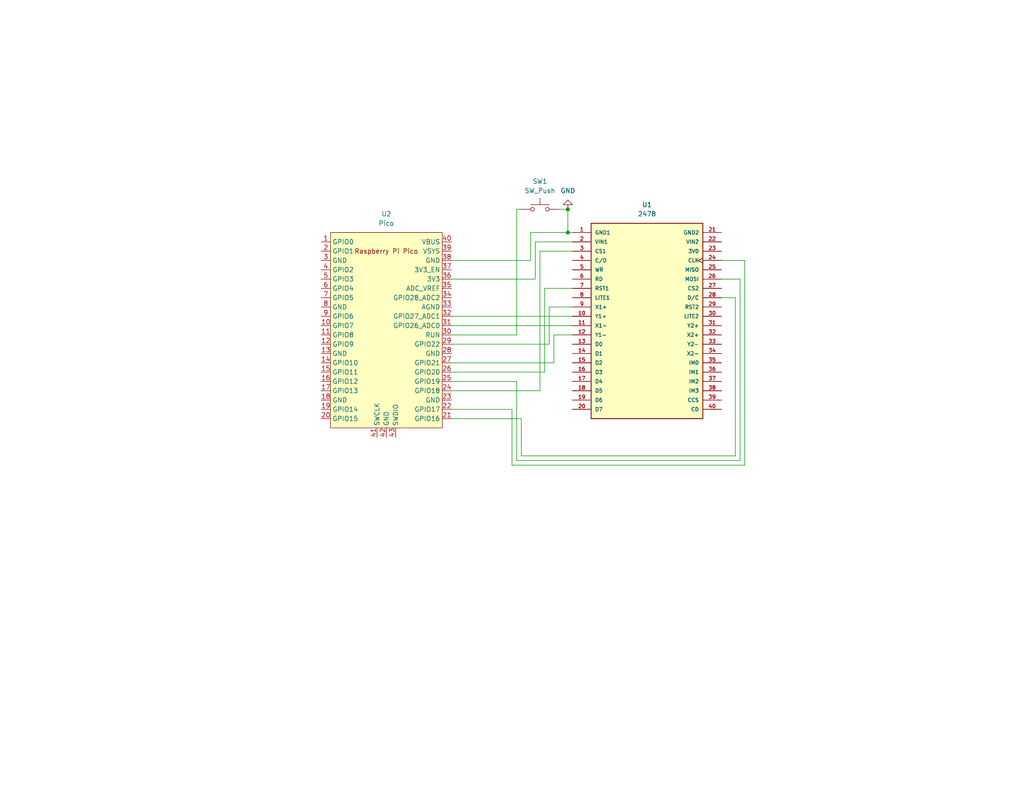
<source format=kicad_sch>
(kicad_sch
	(version 20231120)
	(generator "eeschema")
	(generator_version "8.0")
	(uuid "dc27f003-cd8e-40dc-884b-377076d17224")
	(paper "A")
	(title_block
		(title "Lab 4 Schematic - Pico and LCD Touchscreen")
		(company "Lafayette College")
		(comment 1 "Alexander Lindquist")
		(comment 2 "Steven Pang")
	)
	(lib_symbols
		(symbol "2478:2478"
			(pin_names
				(offset 1.016)
			)
			(exclude_from_sim no)
			(in_bom yes)
			(on_board yes)
			(property "Reference" "U"
				(at -15.2631 28.6183 0)
				(effects
					(font
						(size 1.27 1.27)
					)
					(justify left bottom)
				)
			)
			(property "Value" "2478"
				(at -15.262 -27.9803 0)
				(effects
					(font
						(size 1.27 1.27)
					)
					(justify left bottom)
				)
			)
			(property "Footprint" "ADAFRUIT_2478"
				(at 0 0 0)
				(effects
					(font
						(size 1.27 1.27)
					)
					(justify bottom)
					(hide yes)
				)
			)
			(property "Datasheet" ""
				(at 0 0 0)
				(effects
					(font
						(size 1.27 1.27)
					)
					(hide yes)
				)
			)
			(property "Description" ""
				(at 0 0 0)
				(effects
					(font
						(size 1.27 1.27)
					)
					(hide yes)
				)
			)
			(property "MANUFACTURER" "Adafruit Industries LLC"
				(at 0 0 0)
				(effects
					(font
						(size 1.27 1.27)
					)
					(justify bottom)
					(hide yes)
				)
			)
			(symbol "2478_0_0"
				(rectangle
					(start -15.24 -25.4)
					(end 15.24 27.94)
					(stroke
						(width 0.254)
						(type default)
					)
					(fill
						(type background)
					)
				)
				(pin power_in line
					(at -20.32 25.4 0)
					(length 5.08)
					(name "GND1"
						(effects
							(font
								(size 1.016 1.016)
							)
						)
					)
					(number "1"
						(effects
							(font
								(size 1.016 1.016)
							)
						)
					)
				)
				(pin output line
					(at -20.32 2.54 0)
					(length 5.08)
					(name "Y1+"
						(effects
							(font
								(size 1.016 1.016)
							)
						)
					)
					(number "10"
						(effects
							(font
								(size 1.016 1.016)
							)
						)
					)
				)
				(pin output line
					(at -20.32 0 0)
					(length 5.08)
					(name "X1-"
						(effects
							(font
								(size 1.016 1.016)
							)
						)
					)
					(number "11"
						(effects
							(font
								(size 1.016 1.016)
							)
						)
					)
				)
				(pin output line
					(at -20.32 -2.54 0)
					(length 5.08)
					(name "Y1-"
						(effects
							(font
								(size 1.016 1.016)
							)
						)
					)
					(number "12"
						(effects
							(font
								(size 1.016 1.016)
							)
						)
					)
				)
				(pin bidirectional line
					(at -20.32 -5.08 0)
					(length 5.08)
					(name "D0"
						(effects
							(font
								(size 1.016 1.016)
							)
						)
					)
					(number "13"
						(effects
							(font
								(size 1.016 1.016)
							)
						)
					)
				)
				(pin bidirectional line
					(at -20.32 -7.62 0)
					(length 5.08)
					(name "D1"
						(effects
							(font
								(size 1.016 1.016)
							)
						)
					)
					(number "14"
						(effects
							(font
								(size 1.016 1.016)
							)
						)
					)
				)
				(pin bidirectional line
					(at -20.32 -10.16 0)
					(length 5.08)
					(name "D2"
						(effects
							(font
								(size 1.016 1.016)
							)
						)
					)
					(number "15"
						(effects
							(font
								(size 1.016 1.016)
							)
						)
					)
				)
				(pin bidirectional line
					(at -20.32 -12.7 0)
					(length 5.08)
					(name "D3"
						(effects
							(font
								(size 1.016 1.016)
							)
						)
					)
					(number "16"
						(effects
							(font
								(size 1.016 1.016)
							)
						)
					)
				)
				(pin bidirectional line
					(at -20.32 -15.24 0)
					(length 5.08)
					(name "D4"
						(effects
							(font
								(size 1.016 1.016)
							)
						)
					)
					(number "17"
						(effects
							(font
								(size 1.016 1.016)
							)
						)
					)
				)
				(pin bidirectional line
					(at -20.32 -17.78 0)
					(length 5.08)
					(name "D5"
						(effects
							(font
								(size 1.016 1.016)
							)
						)
					)
					(number "18"
						(effects
							(font
								(size 1.016 1.016)
							)
						)
					)
				)
				(pin bidirectional line
					(at -20.32 -20.32 0)
					(length 5.08)
					(name "D6"
						(effects
							(font
								(size 1.016 1.016)
							)
						)
					)
					(number "19"
						(effects
							(font
								(size 1.016 1.016)
							)
						)
					)
				)
				(pin power_in line
					(at -20.32 22.86 0)
					(length 5.08)
					(name "VIN1"
						(effects
							(font
								(size 1.016 1.016)
							)
						)
					)
					(number "2"
						(effects
							(font
								(size 1.016 1.016)
							)
						)
					)
				)
				(pin bidirectional line
					(at -20.32 -22.86 0)
					(length 5.08)
					(name "D7"
						(effects
							(font
								(size 1.016 1.016)
							)
						)
					)
					(number "20"
						(effects
							(font
								(size 1.016 1.016)
							)
						)
					)
				)
				(pin power_in line
					(at 20.32 25.4 180)
					(length 5.08)
					(name "GND2"
						(effects
							(font
								(size 1.016 1.016)
							)
						)
					)
					(number "21"
						(effects
							(font
								(size 1.016 1.016)
							)
						)
					)
				)
				(pin power_in line
					(at 20.32 22.86 180)
					(length 5.08)
					(name "VIN2"
						(effects
							(font
								(size 1.016 1.016)
							)
						)
					)
					(number "22"
						(effects
							(font
								(size 1.016 1.016)
							)
						)
					)
				)
				(pin output line
					(at 20.32 20.32 180)
					(length 5.08)
					(name "3V0"
						(effects
							(font
								(size 1.016 1.016)
							)
						)
					)
					(number "23"
						(effects
							(font
								(size 1.016 1.016)
							)
						)
					)
				)
				(pin input clock
					(at 20.32 17.78 180)
					(length 5.08)
					(name "CLK"
						(effects
							(font
								(size 1.016 1.016)
							)
						)
					)
					(number "24"
						(effects
							(font
								(size 1.016 1.016)
							)
						)
					)
				)
				(pin output line
					(at 20.32 15.24 180)
					(length 5.08)
					(name "MISO"
						(effects
							(font
								(size 1.016 1.016)
							)
						)
					)
					(number "25"
						(effects
							(font
								(size 1.016 1.016)
							)
						)
					)
				)
				(pin input line
					(at 20.32 12.7 180)
					(length 5.08)
					(name "MOSI"
						(effects
							(font
								(size 1.016 1.016)
							)
						)
					)
					(number "26"
						(effects
							(font
								(size 1.016 1.016)
							)
						)
					)
				)
				(pin input line
					(at 20.32 10.16 180)
					(length 5.08)
					(name "CS2"
						(effects
							(font
								(size 1.016 1.016)
							)
						)
					)
					(number "27"
						(effects
							(font
								(size 1.016 1.016)
							)
						)
					)
				)
				(pin input line
					(at 20.32 7.62 180)
					(length 5.08)
					(name "D/C"
						(effects
							(font
								(size 1.016 1.016)
							)
						)
					)
					(number "28"
						(effects
							(font
								(size 1.016 1.016)
							)
						)
					)
				)
				(pin input line
					(at 20.32 5.08 180)
					(length 5.08)
					(name "RST2"
						(effects
							(font
								(size 1.016 1.016)
							)
						)
					)
					(number "29"
						(effects
							(font
								(size 1.016 1.016)
							)
						)
					)
				)
				(pin input line
					(at -20.32 20.32 0)
					(length 5.08)
					(name "CS1"
						(effects
							(font
								(size 1.016 1.016)
							)
						)
					)
					(number "3"
						(effects
							(font
								(size 1.016 1.016)
							)
						)
					)
				)
				(pin input line
					(at 20.32 2.54 180)
					(length 5.08)
					(name "LITE2"
						(effects
							(font
								(size 1.016 1.016)
							)
						)
					)
					(number "30"
						(effects
							(font
								(size 1.016 1.016)
							)
						)
					)
				)
				(pin output line
					(at 20.32 0 180)
					(length 5.08)
					(name "Y2+"
						(effects
							(font
								(size 1.016 1.016)
							)
						)
					)
					(number "31"
						(effects
							(font
								(size 1.016 1.016)
							)
						)
					)
				)
				(pin output line
					(at 20.32 -2.54 180)
					(length 5.08)
					(name "X2+"
						(effects
							(font
								(size 1.016 1.016)
							)
						)
					)
					(number "32"
						(effects
							(font
								(size 1.016 1.016)
							)
						)
					)
				)
				(pin output line
					(at 20.32 -5.08 180)
					(length 5.08)
					(name "Y2-"
						(effects
							(font
								(size 1.016 1.016)
							)
						)
					)
					(number "33"
						(effects
							(font
								(size 1.016 1.016)
							)
						)
					)
				)
				(pin output line
					(at 20.32 -7.62 180)
					(length 5.08)
					(name "X2-"
						(effects
							(font
								(size 1.016 1.016)
							)
						)
					)
					(number "34"
						(effects
							(font
								(size 1.016 1.016)
							)
						)
					)
				)
				(pin input line
					(at 20.32 -10.16 180)
					(length 5.08)
					(name "IM0"
						(effects
							(font
								(size 1.016 1.016)
							)
						)
					)
					(number "35"
						(effects
							(font
								(size 1.016 1.016)
							)
						)
					)
				)
				(pin input line
					(at 20.32 -12.7 180)
					(length 5.08)
					(name "IM1"
						(effects
							(font
								(size 1.016 1.016)
							)
						)
					)
					(number "36"
						(effects
							(font
								(size 1.016 1.016)
							)
						)
					)
				)
				(pin input line
					(at 20.32 -15.24 180)
					(length 5.08)
					(name "IM2"
						(effects
							(font
								(size 1.016 1.016)
							)
						)
					)
					(number "37"
						(effects
							(font
								(size 1.016 1.016)
							)
						)
					)
				)
				(pin input line
					(at 20.32 -17.78 180)
					(length 5.08)
					(name "IM3"
						(effects
							(font
								(size 1.016 1.016)
							)
						)
					)
					(number "38"
						(effects
							(font
								(size 1.016 1.016)
							)
						)
					)
				)
				(pin input line
					(at 20.32 -20.32 180)
					(length 5.08)
					(name "CCS"
						(effects
							(font
								(size 1.016 1.016)
							)
						)
					)
					(number "39"
						(effects
							(font
								(size 1.016 1.016)
							)
						)
					)
				)
				(pin input line
					(at -20.32 17.78 0)
					(length 5.08)
					(name "C/D"
						(effects
							(font
								(size 1.016 1.016)
							)
						)
					)
					(number "4"
						(effects
							(font
								(size 1.016 1.016)
							)
						)
					)
				)
				(pin output line
					(at 20.32 -22.86 180)
					(length 5.08)
					(name "CD"
						(effects
							(font
								(size 1.016 1.016)
							)
						)
					)
					(number "40"
						(effects
							(font
								(size 1.016 1.016)
							)
						)
					)
				)
				(pin input line
					(at -20.32 15.24 0)
					(length 5.08)
					(name "WR"
						(effects
							(font
								(size 1.016 1.016)
							)
						)
					)
					(number "5"
						(effects
							(font
								(size 1.016 1.016)
							)
						)
					)
				)
				(pin input line
					(at -20.32 12.7 0)
					(length 5.08)
					(name "RD"
						(effects
							(font
								(size 1.016 1.016)
							)
						)
					)
					(number "6"
						(effects
							(font
								(size 1.016 1.016)
							)
						)
					)
				)
				(pin input line
					(at -20.32 10.16 0)
					(length 5.08)
					(name "RST1"
						(effects
							(font
								(size 1.016 1.016)
							)
						)
					)
					(number "7"
						(effects
							(font
								(size 1.016 1.016)
							)
						)
					)
				)
				(pin input line
					(at -20.32 7.62 0)
					(length 5.08)
					(name "LITE1"
						(effects
							(font
								(size 1.016 1.016)
							)
						)
					)
					(number "8"
						(effects
							(font
								(size 1.016 1.016)
							)
						)
					)
				)
				(pin output line
					(at -20.32 5.08 0)
					(length 5.08)
					(name "X1+"
						(effects
							(font
								(size 1.016 1.016)
							)
						)
					)
					(number "9"
						(effects
							(font
								(size 1.016 1.016)
							)
						)
					)
				)
			)
		)
		(symbol "MCU_RaspberryPi_and_Boards:Pico"
			(exclude_from_sim no)
			(in_bom yes)
			(on_board yes)
			(property "Reference" "U"
				(at -13.97 27.94 0)
				(effects
					(font
						(size 1.27 1.27)
					)
				)
			)
			(property "Value" "Pico"
				(at 0 19.05 0)
				(effects
					(font
						(size 1.27 1.27)
					)
				)
			)
			(property "Footprint" "RPi_Pico:RPi_Pico_SMD_TH"
				(at 0 0 90)
				(effects
					(font
						(size 1.27 1.27)
					)
					(hide yes)
				)
			)
			(property "Datasheet" ""
				(at 0 0 0)
				(effects
					(font
						(size 1.27 1.27)
					)
					(hide yes)
				)
			)
			(property "Description" ""
				(at 0 0 0)
				(effects
					(font
						(size 1.27 1.27)
					)
					(hide yes)
				)
			)
			(symbol "Pico_0_0"
				(text "Raspberry Pi Pico"
					(at 0 21.59 0)
					(effects
						(font
							(size 1.27 1.27)
						)
					)
				)
			)
			(symbol "Pico_0_1"
				(rectangle
					(start -15.24 26.67)
					(end 15.24 -26.67)
					(stroke
						(width 0)
						(type default)
					)
					(fill
						(type background)
					)
				)
			)
			(symbol "Pico_1_1"
				(pin bidirectional line
					(at -17.78 24.13 0)
					(length 2.54)
					(name "GPIO0"
						(effects
							(font
								(size 1.27 1.27)
							)
						)
					)
					(number "1"
						(effects
							(font
								(size 1.27 1.27)
							)
						)
					)
				)
				(pin bidirectional line
					(at -17.78 1.27 0)
					(length 2.54)
					(name "GPIO7"
						(effects
							(font
								(size 1.27 1.27)
							)
						)
					)
					(number "10"
						(effects
							(font
								(size 1.27 1.27)
							)
						)
					)
				)
				(pin bidirectional line
					(at -17.78 -1.27 0)
					(length 2.54)
					(name "GPIO8"
						(effects
							(font
								(size 1.27 1.27)
							)
						)
					)
					(number "11"
						(effects
							(font
								(size 1.27 1.27)
							)
						)
					)
				)
				(pin bidirectional line
					(at -17.78 -3.81 0)
					(length 2.54)
					(name "GPIO9"
						(effects
							(font
								(size 1.27 1.27)
							)
						)
					)
					(number "12"
						(effects
							(font
								(size 1.27 1.27)
							)
						)
					)
				)
				(pin power_in line
					(at -17.78 -6.35 0)
					(length 2.54)
					(name "GND"
						(effects
							(font
								(size 1.27 1.27)
							)
						)
					)
					(number "13"
						(effects
							(font
								(size 1.27 1.27)
							)
						)
					)
				)
				(pin bidirectional line
					(at -17.78 -8.89 0)
					(length 2.54)
					(name "GPIO10"
						(effects
							(font
								(size 1.27 1.27)
							)
						)
					)
					(number "14"
						(effects
							(font
								(size 1.27 1.27)
							)
						)
					)
				)
				(pin bidirectional line
					(at -17.78 -11.43 0)
					(length 2.54)
					(name "GPIO11"
						(effects
							(font
								(size 1.27 1.27)
							)
						)
					)
					(number "15"
						(effects
							(font
								(size 1.27 1.27)
							)
						)
					)
				)
				(pin bidirectional line
					(at -17.78 -13.97 0)
					(length 2.54)
					(name "GPIO12"
						(effects
							(font
								(size 1.27 1.27)
							)
						)
					)
					(number "16"
						(effects
							(font
								(size 1.27 1.27)
							)
						)
					)
				)
				(pin bidirectional line
					(at -17.78 -16.51 0)
					(length 2.54)
					(name "GPIO13"
						(effects
							(font
								(size 1.27 1.27)
							)
						)
					)
					(number "17"
						(effects
							(font
								(size 1.27 1.27)
							)
						)
					)
				)
				(pin power_in line
					(at -17.78 -19.05 0)
					(length 2.54)
					(name "GND"
						(effects
							(font
								(size 1.27 1.27)
							)
						)
					)
					(number "18"
						(effects
							(font
								(size 1.27 1.27)
							)
						)
					)
				)
				(pin bidirectional line
					(at -17.78 -21.59 0)
					(length 2.54)
					(name "GPIO14"
						(effects
							(font
								(size 1.27 1.27)
							)
						)
					)
					(number "19"
						(effects
							(font
								(size 1.27 1.27)
							)
						)
					)
				)
				(pin bidirectional line
					(at -17.78 21.59 0)
					(length 2.54)
					(name "GPIO1"
						(effects
							(font
								(size 1.27 1.27)
							)
						)
					)
					(number "2"
						(effects
							(font
								(size 1.27 1.27)
							)
						)
					)
				)
				(pin bidirectional line
					(at -17.78 -24.13 0)
					(length 2.54)
					(name "GPIO15"
						(effects
							(font
								(size 1.27 1.27)
							)
						)
					)
					(number "20"
						(effects
							(font
								(size 1.27 1.27)
							)
						)
					)
				)
				(pin bidirectional line
					(at 17.78 -24.13 180)
					(length 2.54)
					(name "GPIO16"
						(effects
							(font
								(size 1.27 1.27)
							)
						)
					)
					(number "21"
						(effects
							(font
								(size 1.27 1.27)
							)
						)
					)
				)
				(pin bidirectional line
					(at 17.78 -21.59 180)
					(length 2.54)
					(name "GPIO17"
						(effects
							(font
								(size 1.27 1.27)
							)
						)
					)
					(number "22"
						(effects
							(font
								(size 1.27 1.27)
							)
						)
					)
				)
				(pin power_in line
					(at 17.78 -19.05 180)
					(length 2.54)
					(name "GND"
						(effects
							(font
								(size 1.27 1.27)
							)
						)
					)
					(number "23"
						(effects
							(font
								(size 1.27 1.27)
							)
						)
					)
				)
				(pin bidirectional line
					(at 17.78 -16.51 180)
					(length 2.54)
					(name "GPIO18"
						(effects
							(font
								(size 1.27 1.27)
							)
						)
					)
					(number "24"
						(effects
							(font
								(size 1.27 1.27)
							)
						)
					)
				)
				(pin bidirectional line
					(at 17.78 -13.97 180)
					(length 2.54)
					(name "GPIO19"
						(effects
							(font
								(size 1.27 1.27)
							)
						)
					)
					(number "25"
						(effects
							(font
								(size 1.27 1.27)
							)
						)
					)
				)
				(pin bidirectional line
					(at 17.78 -11.43 180)
					(length 2.54)
					(name "GPIO20"
						(effects
							(font
								(size 1.27 1.27)
							)
						)
					)
					(number "26"
						(effects
							(font
								(size 1.27 1.27)
							)
						)
					)
				)
				(pin bidirectional line
					(at 17.78 -8.89 180)
					(length 2.54)
					(name "GPIO21"
						(effects
							(font
								(size 1.27 1.27)
							)
						)
					)
					(number "27"
						(effects
							(font
								(size 1.27 1.27)
							)
						)
					)
				)
				(pin power_in line
					(at 17.78 -6.35 180)
					(length 2.54)
					(name "GND"
						(effects
							(font
								(size 1.27 1.27)
							)
						)
					)
					(number "28"
						(effects
							(font
								(size 1.27 1.27)
							)
						)
					)
				)
				(pin bidirectional line
					(at 17.78 -3.81 180)
					(length 2.54)
					(name "GPIO22"
						(effects
							(font
								(size 1.27 1.27)
							)
						)
					)
					(number "29"
						(effects
							(font
								(size 1.27 1.27)
							)
						)
					)
				)
				(pin power_in line
					(at -17.78 19.05 0)
					(length 2.54)
					(name "GND"
						(effects
							(font
								(size 1.27 1.27)
							)
						)
					)
					(number "3"
						(effects
							(font
								(size 1.27 1.27)
							)
						)
					)
				)
				(pin input line
					(at 17.78 -1.27 180)
					(length 2.54)
					(name "RUN"
						(effects
							(font
								(size 1.27 1.27)
							)
						)
					)
					(number "30"
						(effects
							(font
								(size 1.27 1.27)
							)
						)
					)
				)
				(pin bidirectional line
					(at 17.78 1.27 180)
					(length 2.54)
					(name "GPIO26_ADC0"
						(effects
							(font
								(size 1.27 1.27)
							)
						)
					)
					(number "31"
						(effects
							(font
								(size 1.27 1.27)
							)
						)
					)
				)
				(pin bidirectional line
					(at 17.78 3.81 180)
					(length 2.54)
					(name "GPIO27_ADC1"
						(effects
							(font
								(size 1.27 1.27)
							)
						)
					)
					(number "32"
						(effects
							(font
								(size 1.27 1.27)
							)
						)
					)
				)
				(pin power_in line
					(at 17.78 6.35 180)
					(length 2.54)
					(name "AGND"
						(effects
							(font
								(size 1.27 1.27)
							)
						)
					)
					(number "33"
						(effects
							(font
								(size 1.27 1.27)
							)
						)
					)
				)
				(pin bidirectional line
					(at 17.78 8.89 180)
					(length 2.54)
					(name "GPIO28_ADC2"
						(effects
							(font
								(size 1.27 1.27)
							)
						)
					)
					(number "34"
						(effects
							(font
								(size 1.27 1.27)
							)
						)
					)
				)
				(pin power_in line
					(at 17.78 11.43 180)
					(length 2.54)
					(name "ADC_VREF"
						(effects
							(font
								(size 1.27 1.27)
							)
						)
					)
					(number "35"
						(effects
							(font
								(size 1.27 1.27)
							)
						)
					)
				)
				(pin power_in line
					(at 17.78 13.97 180)
					(length 2.54)
					(name "3V3"
						(effects
							(font
								(size 1.27 1.27)
							)
						)
					)
					(number "36"
						(effects
							(font
								(size 1.27 1.27)
							)
						)
					)
				)
				(pin input line
					(at 17.78 16.51 180)
					(length 2.54)
					(name "3V3_EN"
						(effects
							(font
								(size 1.27 1.27)
							)
						)
					)
					(number "37"
						(effects
							(font
								(size 1.27 1.27)
							)
						)
					)
				)
				(pin bidirectional line
					(at 17.78 19.05 180)
					(length 2.54)
					(name "GND"
						(effects
							(font
								(size 1.27 1.27)
							)
						)
					)
					(number "38"
						(effects
							(font
								(size 1.27 1.27)
							)
						)
					)
				)
				(pin power_in line
					(at 17.78 21.59 180)
					(length 2.54)
					(name "VSYS"
						(effects
							(font
								(size 1.27 1.27)
							)
						)
					)
					(number "39"
						(effects
							(font
								(size 1.27 1.27)
							)
						)
					)
				)
				(pin bidirectional line
					(at -17.78 16.51 0)
					(length 2.54)
					(name "GPIO2"
						(effects
							(font
								(size 1.27 1.27)
							)
						)
					)
					(number "4"
						(effects
							(font
								(size 1.27 1.27)
							)
						)
					)
				)
				(pin power_in line
					(at 17.78 24.13 180)
					(length 2.54)
					(name "VBUS"
						(effects
							(font
								(size 1.27 1.27)
							)
						)
					)
					(number "40"
						(effects
							(font
								(size 1.27 1.27)
							)
						)
					)
				)
				(pin input line
					(at -2.54 -29.21 90)
					(length 2.54)
					(name "SWCLK"
						(effects
							(font
								(size 1.27 1.27)
							)
						)
					)
					(number "41"
						(effects
							(font
								(size 1.27 1.27)
							)
						)
					)
				)
				(pin power_in line
					(at 0 -29.21 90)
					(length 2.54)
					(name "GND"
						(effects
							(font
								(size 1.27 1.27)
							)
						)
					)
					(number "42"
						(effects
							(font
								(size 1.27 1.27)
							)
						)
					)
				)
				(pin bidirectional line
					(at 2.54 -29.21 90)
					(length 2.54)
					(name "SWDIO"
						(effects
							(font
								(size 1.27 1.27)
							)
						)
					)
					(number "43"
						(effects
							(font
								(size 1.27 1.27)
							)
						)
					)
				)
				(pin bidirectional line
					(at -17.78 13.97 0)
					(length 2.54)
					(name "GPIO3"
						(effects
							(font
								(size 1.27 1.27)
							)
						)
					)
					(number "5"
						(effects
							(font
								(size 1.27 1.27)
							)
						)
					)
				)
				(pin bidirectional line
					(at -17.78 11.43 0)
					(length 2.54)
					(name "GPIO4"
						(effects
							(font
								(size 1.27 1.27)
							)
						)
					)
					(number "6"
						(effects
							(font
								(size 1.27 1.27)
							)
						)
					)
				)
				(pin bidirectional line
					(at -17.78 8.89 0)
					(length 2.54)
					(name "GPIO5"
						(effects
							(font
								(size 1.27 1.27)
							)
						)
					)
					(number "7"
						(effects
							(font
								(size 1.27 1.27)
							)
						)
					)
				)
				(pin power_in line
					(at -17.78 6.35 0)
					(length 2.54)
					(name "GND"
						(effects
							(font
								(size 1.27 1.27)
							)
						)
					)
					(number "8"
						(effects
							(font
								(size 1.27 1.27)
							)
						)
					)
				)
				(pin bidirectional line
					(at -17.78 3.81 0)
					(length 2.54)
					(name "GPIO6"
						(effects
							(font
								(size 1.27 1.27)
							)
						)
					)
					(number "9"
						(effects
							(font
								(size 1.27 1.27)
							)
						)
					)
				)
			)
		)
		(symbol "Switch:SW_Push"
			(pin_numbers hide)
			(pin_names
				(offset 1.016) hide)
			(exclude_from_sim no)
			(in_bom yes)
			(on_board yes)
			(property "Reference" "SW"
				(at 1.27 2.54 0)
				(effects
					(font
						(size 1.27 1.27)
					)
					(justify left)
				)
			)
			(property "Value" "SW_Push"
				(at 0 -1.524 0)
				(effects
					(font
						(size 1.27 1.27)
					)
				)
			)
			(property "Footprint" ""
				(at 0 5.08 0)
				(effects
					(font
						(size 1.27 1.27)
					)
					(hide yes)
				)
			)
			(property "Datasheet" "~"
				(at 0 5.08 0)
				(effects
					(font
						(size 1.27 1.27)
					)
					(hide yes)
				)
			)
			(property "Description" "Push button switch, generic, two pins"
				(at 0 0 0)
				(effects
					(font
						(size 1.27 1.27)
					)
					(hide yes)
				)
			)
			(property "ki_keywords" "switch normally-open pushbutton push-button"
				(at 0 0 0)
				(effects
					(font
						(size 1.27 1.27)
					)
					(hide yes)
				)
			)
			(symbol "SW_Push_0_1"
				(circle
					(center -2.032 0)
					(radius 0.508)
					(stroke
						(width 0)
						(type default)
					)
					(fill
						(type none)
					)
				)
				(polyline
					(pts
						(xy 0 1.27) (xy 0 3.048)
					)
					(stroke
						(width 0)
						(type default)
					)
					(fill
						(type none)
					)
				)
				(polyline
					(pts
						(xy 2.54 1.27) (xy -2.54 1.27)
					)
					(stroke
						(width 0)
						(type default)
					)
					(fill
						(type none)
					)
				)
				(circle
					(center 2.032 0)
					(radius 0.508)
					(stroke
						(width 0)
						(type default)
					)
					(fill
						(type none)
					)
				)
				(pin passive line
					(at -5.08 0 0)
					(length 2.54)
					(name "1"
						(effects
							(font
								(size 1.27 1.27)
							)
						)
					)
					(number "1"
						(effects
							(font
								(size 1.27 1.27)
							)
						)
					)
				)
				(pin passive line
					(at 5.08 0 180)
					(length 2.54)
					(name "2"
						(effects
							(font
								(size 1.27 1.27)
							)
						)
					)
					(number "2"
						(effects
							(font
								(size 1.27 1.27)
							)
						)
					)
				)
			)
		)
		(symbol "power:GND"
			(power)
			(pin_numbers hide)
			(pin_names
				(offset 0) hide)
			(exclude_from_sim no)
			(in_bom yes)
			(on_board yes)
			(property "Reference" "#PWR"
				(at 0 -6.35 0)
				(effects
					(font
						(size 1.27 1.27)
					)
					(hide yes)
				)
			)
			(property "Value" "GND"
				(at 0 -3.81 0)
				(effects
					(font
						(size 1.27 1.27)
					)
				)
			)
			(property "Footprint" ""
				(at 0 0 0)
				(effects
					(font
						(size 1.27 1.27)
					)
					(hide yes)
				)
			)
			(property "Datasheet" ""
				(at 0 0 0)
				(effects
					(font
						(size 1.27 1.27)
					)
					(hide yes)
				)
			)
			(property "Description" "Power symbol creates a global label with name \"GND\" , ground"
				(at 0 0 0)
				(effects
					(font
						(size 1.27 1.27)
					)
					(hide yes)
				)
			)
			(property "ki_keywords" "global power"
				(at 0 0 0)
				(effects
					(font
						(size 1.27 1.27)
					)
					(hide yes)
				)
			)
			(symbol "GND_0_1"
				(polyline
					(pts
						(xy 0 0) (xy 0 -1.27) (xy 1.27 -1.27) (xy 0 -2.54) (xy -1.27 -1.27) (xy 0 -1.27)
					)
					(stroke
						(width 0)
						(type default)
					)
					(fill
						(type none)
					)
				)
			)
			(symbol "GND_1_1"
				(pin power_in line
					(at 0 0 270)
					(length 0)
					(name "~"
						(effects
							(font
								(size 1.27 1.27)
							)
						)
					)
					(number "1"
						(effects
							(font
								(size 1.27 1.27)
							)
						)
					)
				)
			)
		)
	)
	(junction
		(at 154.94 63.5)
		(diameter 0)
		(color 0 0 0 0)
		(uuid "6995f952-f195-4d52-90df-7101ae5a2b82")
	)
	(junction
		(at 154.94 57.15)
		(diameter 0)
		(color 0 0 0 0)
		(uuid "ee085739-31dd-4fce-a1af-af7beea2fe49")
	)
	(wire
		(pts
			(xy 123.19 86.36) (xy 156.21 86.36)
		)
		(stroke
			(width 0)
			(type default)
		)
		(uuid "03fe2794-8ad6-4105-b753-4a82059c2892")
	)
	(wire
		(pts
			(xy 147.32 106.68) (xy 123.19 106.68)
		)
		(stroke
			(width 0)
			(type default)
		)
		(uuid "07ca75f2-78d4-4483-a663-c40d1ad7c3c8")
	)
	(wire
		(pts
			(xy 156.21 91.44) (xy 151.13 91.44)
		)
		(stroke
			(width 0)
			(type default)
		)
		(uuid "0c877f2e-a1e6-4b84-831f-e99526138f9f")
	)
	(wire
		(pts
			(xy 200.66 81.28) (xy 200.66 124.46)
		)
		(stroke
			(width 0)
			(type default)
		)
		(uuid "0d6d1a2f-e0ee-436f-9ada-4cfbc0ed82cd")
	)
	(wire
		(pts
			(xy 142.24 114.3) (xy 123.19 114.3)
		)
		(stroke
			(width 0)
			(type default)
		)
		(uuid "12051871-2b66-4ae6-9c07-386c8a6c66e2")
	)
	(wire
		(pts
			(xy 196.85 71.12) (xy 203.2 71.12)
		)
		(stroke
			(width 0)
			(type default)
		)
		(uuid "147a8aeb-ba5a-434d-806e-6bad0e42764c")
	)
	(wire
		(pts
			(xy 200.66 124.46) (xy 142.24 124.46)
		)
		(stroke
			(width 0)
			(type default)
		)
		(uuid "15fd3503-6207-4475-bdfc-e82b89a6bc0e")
	)
	(wire
		(pts
			(xy 140.97 91.44) (xy 140.97 57.15)
		)
		(stroke
			(width 0)
			(type default)
		)
		(uuid "1dab3882-9b4f-41da-83c9-11db6d4da9da")
	)
	(wire
		(pts
			(xy 146.05 66.04) (xy 146.05 76.2)
		)
		(stroke
			(width 0)
			(type default)
		)
		(uuid "345de05f-f3b2-47ac-bd36-2929e36bb576")
	)
	(wire
		(pts
			(xy 196.85 76.2) (xy 201.93 76.2)
		)
		(stroke
			(width 0)
			(type default)
		)
		(uuid "380c22c6-6fb1-4d92-b969-d8b6de704217")
	)
	(wire
		(pts
			(xy 149.86 83.82) (xy 149.86 93.98)
		)
		(stroke
			(width 0)
			(type default)
		)
		(uuid "3b9d257a-b602-44b6-8152-8962ff6a64ec")
	)
	(wire
		(pts
			(xy 139.7 127) (xy 139.7 111.76)
		)
		(stroke
			(width 0)
			(type default)
		)
		(uuid "3f3900c4-cac7-42c3-af37-62e2029a1c21")
	)
	(wire
		(pts
			(xy 203.2 71.12) (xy 203.2 127)
		)
		(stroke
			(width 0)
			(type default)
		)
		(uuid "4d4882c1-3f6b-4485-bce8-46794cc4a499")
	)
	(wire
		(pts
			(xy 140.97 57.15) (xy 142.24 57.15)
		)
		(stroke
			(width 0)
			(type default)
		)
		(uuid "4d993d22-4361-4c8a-a7d1-60eeb2696efe")
	)
	(wire
		(pts
			(xy 156.21 78.74) (xy 148.59 78.74)
		)
		(stroke
			(width 0)
			(type default)
		)
		(uuid "55530781-f9b4-4525-9e76-eb70964af97b")
	)
	(wire
		(pts
			(xy 146.05 76.2) (xy 123.19 76.2)
		)
		(stroke
			(width 0)
			(type default)
		)
		(uuid "56732261-d686-4055-aaab-ae09efc3f844")
	)
	(wire
		(pts
			(xy 156.21 66.04) (xy 146.05 66.04)
		)
		(stroke
			(width 0)
			(type default)
		)
		(uuid "5880a04a-21be-4a8b-8841-b40ef0bc8a2f")
	)
	(wire
		(pts
			(xy 123.19 71.12) (xy 144.78 71.12)
		)
		(stroke
			(width 0)
			(type default)
		)
		(uuid "635f36e3-2760-46b8-b6ff-902b7ccac5e8")
	)
	(wire
		(pts
			(xy 149.86 93.98) (xy 123.19 93.98)
		)
		(stroke
			(width 0)
			(type default)
		)
		(uuid "64c60a80-a63e-4780-b2af-f12e668d1a79")
	)
	(wire
		(pts
			(xy 123.19 91.44) (xy 140.97 91.44)
		)
		(stroke
			(width 0)
			(type default)
		)
		(uuid "74cb6118-8999-4f07-98d5-05a388ae51c1")
	)
	(wire
		(pts
			(xy 201.93 76.2) (xy 201.93 125.73)
		)
		(stroke
			(width 0)
			(type default)
		)
		(uuid "7570fa7a-0b22-49fc-b4c9-1ee33f57172e")
	)
	(wire
		(pts
			(xy 151.13 99.06) (xy 123.19 99.06)
		)
		(stroke
			(width 0)
			(type default)
		)
		(uuid "7a79855a-7d18-4b13-9242-e71e89c56a4a")
	)
	(wire
		(pts
			(xy 203.2 127) (xy 139.7 127)
		)
		(stroke
			(width 0)
			(type default)
		)
		(uuid "7e649ffe-aa8d-4e7f-84a7-d1cf9856f20d")
	)
	(wire
		(pts
			(xy 139.7 111.76) (xy 123.19 111.76)
		)
		(stroke
			(width 0)
			(type default)
		)
		(uuid "88289969-ad9f-4e1b-8c74-e534b268baf8")
	)
	(wire
		(pts
			(xy 123.19 104.14) (xy 140.97 104.14)
		)
		(stroke
			(width 0)
			(type default)
		)
		(uuid "89ff16f4-df90-4c22-a99b-ce6c7dec221a")
	)
	(wire
		(pts
			(xy 147.32 68.58) (xy 147.32 106.68)
		)
		(stroke
			(width 0)
			(type default)
		)
		(uuid "8f32e453-8643-46dd-bb21-494596f4c9ac")
	)
	(wire
		(pts
			(xy 144.78 71.12) (xy 144.78 63.5)
		)
		(stroke
			(width 0)
			(type default)
		)
		(uuid "91134ceb-e028-4fb6-a004-d313d195a18c")
	)
	(wire
		(pts
			(xy 151.13 91.44) (xy 151.13 99.06)
		)
		(stroke
			(width 0)
			(type default)
		)
		(uuid "91f47fca-1237-474c-9a4d-213dc39c20dd")
	)
	(wire
		(pts
			(xy 123.19 88.9) (xy 156.21 88.9)
		)
		(stroke
			(width 0)
			(type default)
		)
		(uuid "a751ba00-1ae9-4f46-8682-bbd2bc49e79f")
	)
	(wire
		(pts
			(xy 140.97 125.73) (xy 140.97 104.14)
		)
		(stroke
			(width 0)
			(type default)
		)
		(uuid "aa461737-3305-438d-8fd4-d98bf1de930a")
	)
	(wire
		(pts
			(xy 144.78 63.5) (xy 154.94 63.5)
		)
		(stroke
			(width 0)
			(type default)
		)
		(uuid "c7ae5f45-56f9-4ed2-96e7-c6b4b184ced7")
	)
	(wire
		(pts
			(xy 148.59 78.74) (xy 148.59 101.6)
		)
		(stroke
			(width 0)
			(type default)
		)
		(uuid "cb0befae-d588-4c2e-b857-354aedeb4f6f")
	)
	(wire
		(pts
			(xy 156.21 83.82) (xy 149.86 83.82)
		)
		(stroke
			(width 0)
			(type default)
		)
		(uuid "d2e31d20-4609-475c-9fc3-a1ebdd7a06ee")
	)
	(wire
		(pts
			(xy 156.21 68.58) (xy 147.32 68.58)
		)
		(stroke
			(width 0)
			(type default)
		)
		(uuid "db75f89b-780c-4d12-8c31-838d650c70ed")
	)
	(wire
		(pts
			(xy 196.85 81.28) (xy 200.66 81.28)
		)
		(stroke
			(width 0)
			(type default)
		)
		(uuid "e3b6c9c5-33b5-4c90-9fff-a7e456fd9dad")
	)
	(wire
		(pts
			(xy 152.4 57.15) (xy 154.94 57.15)
		)
		(stroke
			(width 0)
			(type default)
		)
		(uuid "e5339191-c207-4969-a19f-53e8d752b6b3")
	)
	(wire
		(pts
			(xy 154.94 63.5) (xy 156.21 63.5)
		)
		(stroke
			(width 0)
			(type default)
		)
		(uuid "e5409c3f-170f-4151-9dbf-3772df0cf058")
	)
	(wire
		(pts
			(xy 201.93 125.73) (xy 140.97 125.73)
		)
		(stroke
			(width 0)
			(type default)
		)
		(uuid "ec4d5c90-f2f4-4136-a14e-1d736b52137e")
	)
	(wire
		(pts
			(xy 142.24 114.3) (xy 142.24 124.46)
		)
		(stroke
			(width 0)
			(type default)
		)
		(uuid "f1cea865-45dc-4668-8c91-4bacf3a111eb")
	)
	(wire
		(pts
			(xy 148.59 101.6) (xy 123.19 101.6)
		)
		(stroke
			(width 0)
			(type default)
		)
		(uuid "f48ceec9-64c8-4f3f-99fa-bfd88c96a182")
	)
	(wire
		(pts
			(xy 154.94 57.15) (xy 154.94 63.5)
		)
		(stroke
			(width 0)
			(type default)
		)
		(uuid "f66c1046-d173-4758-b182-b2d7fc25f3b5")
	)
	(symbol
		(lib_id "power:GND")
		(at 154.94 57.15 0)
		(mirror x)
		(unit 1)
		(exclude_from_sim no)
		(in_bom yes)
		(on_board yes)
		(dnp no)
		(uuid "138a7ce7-4a12-4430-a18c-a08ff2f69629")
		(property "Reference" "#PWR01"
			(at 154.94 50.8 0)
			(effects
				(font
					(size 1.27 1.27)
				)
				(hide yes)
			)
		)
		(property "Value" "GND"
			(at 154.94 52.07 0)
			(effects
				(font
					(size 1.27 1.27)
				)
			)
		)
		(property "Footprint" ""
			(at 154.94 57.15 0)
			(effects
				(font
					(size 1.27 1.27)
				)
				(hide yes)
			)
		)
		(property "Datasheet" ""
			(at 154.94 57.15 0)
			(effects
				(font
					(size 1.27 1.27)
				)
				(hide yes)
			)
		)
		(property "Description" "Power symbol creates a global label with name \"GND\" , ground"
			(at 154.94 57.15 0)
			(effects
				(font
					(size 1.27 1.27)
				)
				(hide yes)
			)
		)
		(pin "1"
			(uuid "1a5edd70-9caa-4c12-8ce2-5081e03ae14d")
		)
		(instances
			(project ""
				(path "/dc27f003-cd8e-40dc-884b-377076d17224"
					(reference "#PWR01")
					(unit 1)
				)
			)
		)
	)
	(symbol
		(lib_id "MCU_RaspberryPi_and_Boards:Pico")
		(at 105.41 90.17 0)
		(unit 1)
		(exclude_from_sim no)
		(in_bom yes)
		(on_board yes)
		(dnp no)
		(fields_autoplaced yes)
		(uuid "ab2a2316-bc2a-419e-8a5c-9db786233f1d")
		(property "Reference" "U2"
			(at 105.41 58.42 0)
			(effects
				(font
					(size 1.27 1.27)
				)
			)
		)
		(property "Value" "Pico"
			(at 105.41 60.96 0)
			(effects
				(font
					(size 1.27 1.27)
				)
			)
		)
		(property "Footprint" "RPi_Pico:RPi_Pico_SMD_TH"
			(at 105.41 90.17 90)
			(effects
				(font
					(size 1.27 1.27)
				)
				(hide yes)
			)
		)
		(property "Datasheet" ""
			(at 105.41 90.17 0)
			(effects
				(font
					(size 1.27 1.27)
				)
				(hide yes)
			)
		)
		(property "Description" ""
			(at 105.41 90.17 0)
			(effects
				(font
					(size 1.27 1.27)
				)
				(hide yes)
			)
		)
		(pin "41"
			(uuid "178436cd-0529-4568-bb96-055e364ab285")
		)
		(pin "23"
			(uuid "bfdcb4c1-3add-48c3-bc25-81ec0ae0a8a5")
		)
		(pin "31"
			(uuid "7947fcd4-5810-4cb3-8e1c-cbccccdca9b9")
		)
		(pin "40"
			(uuid "9b2baed3-b928-4a75-a640-dde29769a95d")
		)
		(pin "7"
			(uuid "21b01ce5-f893-4fce-82b5-1797aa1bfd0e")
		)
		(pin "38"
			(uuid "b0f462f3-b27c-4d0c-9333-ef20e9f07578")
		)
		(pin "1"
			(uuid "b1e2aa8a-c185-4c5b-ac55-675431b6f0e5")
		)
		(pin "15"
			(uuid "6f5a9967-bd1a-4c0d-b972-47f880579308")
		)
		(pin "3"
			(uuid "de390b0f-d08b-4919-a404-3b14f28042a9")
		)
		(pin "25"
			(uuid "a6fb8007-2227-45a7-8909-4812f3406661")
		)
		(pin "2"
			(uuid "4697447d-e8ce-48e3-8b0b-af2a0ff6a3cd")
		)
		(pin "26"
			(uuid "83cacb2b-fcf2-453d-b0e4-b47effd6546c")
		)
		(pin "24"
			(uuid "27394796-a691-48dd-a1c0-6e4914862b89")
		)
		(pin "36"
			(uuid "c1194310-e1ce-4369-ba28-7dacaa274f3c")
		)
		(pin "20"
			(uuid "782de7cb-bec3-4892-a1a5-f6a31c8393e4")
		)
		(pin "43"
			(uuid "d2a0c0da-4911-4671-bb07-941f66ee5de0")
		)
		(pin "8"
			(uuid "18879179-9f86-4e4e-9387-684165f4e3a4")
		)
		(pin "37"
			(uuid "e09494ee-b37f-4f73-8221-e39a0eaed1d4")
		)
		(pin "39"
			(uuid "5eb59e92-daea-483c-9dd7-11529c158208")
		)
		(pin "19"
			(uuid "b890b53c-26ef-43bb-93d6-4852ff0e4a25")
		)
		(pin "34"
			(uuid "b21cd7e8-cd92-4d7a-86a2-0d8b22d2cb7d")
		)
		(pin "27"
			(uuid "92de6763-4882-410d-83cf-76d55dfc2ec6")
		)
		(pin "22"
			(uuid "7dd44742-b9e1-43b3-8384-a925254e07a0")
		)
		(pin "30"
			(uuid "235ab8d4-999d-46bc-9954-e1d8e49eac2d")
		)
		(pin "17"
			(uuid "188d7258-f7ee-4a46-9a76-83a4f46d206b")
		)
		(pin "42"
			(uuid "112636b0-9e38-4fcc-880e-228ecb3fb0d5")
		)
		(pin "14"
			(uuid "fd27f38d-4b95-4427-a152-5a702c31982d")
		)
		(pin "5"
			(uuid "b1288410-a024-420c-af7f-d7b5c1a03a5b")
		)
		(pin "4"
			(uuid "aefdb55f-c4a4-411d-b989-d5a2c70e1b28")
		)
		(pin "18"
			(uuid "18c78a8b-38b7-45cc-93e9-171a46294d49")
		)
		(pin "29"
			(uuid "0277f9b7-dc0d-4a12-a031-00500ed7168a")
		)
		(pin "28"
			(uuid "b3b26fcb-ac05-4095-8234-16ac256486b3")
		)
		(pin "10"
			(uuid "0774114b-4959-4ce8-b150-40ff76c536bc")
		)
		(pin "35"
			(uuid "5eadf1b2-ff6e-41ab-82f7-10a311b334f1")
		)
		(pin "16"
			(uuid "95b097ce-f445-4702-9fb2-c14354c1fe83")
		)
		(pin "9"
			(uuid "ff0dd90d-24d2-4d4e-9762-85e0e2f405c2")
		)
		(pin "11"
			(uuid "373c0bd2-e7ee-40b0-b586-a501ad4e87f1")
		)
		(pin "13"
			(uuid "d1760c44-5b48-4010-a656-74283ff9816e")
		)
		(pin "32"
			(uuid "7c3dfd8f-85c6-473a-9f36-bed45933f03e")
		)
		(pin "33"
			(uuid "6f2bfd6d-3add-4d66-b9f8-06cc15799a4d")
		)
		(pin "6"
			(uuid "e4fb4d69-4f93-4ac1-bdbe-42a27f0f034f")
		)
		(pin "21"
			(uuid "5ed66dda-79b8-4860-9f15-09568a3a74d0")
		)
		(pin "12"
			(uuid "7118cb38-3d2f-4b23-a2c7-590b45a9f37a")
		)
		(instances
			(project ""
				(path "/dc27f003-cd8e-40dc-884b-377076d17224"
					(reference "U2")
					(unit 1)
				)
			)
		)
	)
	(symbol
		(lib_id "2478:2478")
		(at 176.53 88.9 0)
		(unit 1)
		(exclude_from_sim no)
		(in_bom yes)
		(on_board yes)
		(dnp no)
		(fields_autoplaced yes)
		(uuid "c3ad679a-c7a1-425c-b18d-6583f801042c")
		(property "Reference" "U1"
			(at 176.53 55.88 0)
			(effects
				(font
					(size 1.27 1.27)
				)
			)
		)
		(property "Value" "2478"
			(at 176.53 58.42 0)
			(effects
				(font
					(size 1.27 1.27)
				)
			)
		)
		(property "Footprint" "ADAFRUIT_2478"
			(at 176.53 88.9 0)
			(effects
				(font
					(size 1.27 1.27)
				)
				(justify bottom)
				(hide yes)
			)
		)
		(property "Datasheet" ""
			(at 176.53 88.9 0)
			(effects
				(font
					(size 1.27 1.27)
				)
				(hide yes)
			)
		)
		(property "Description" ""
			(at 176.53 88.9 0)
			(effects
				(font
					(size 1.27 1.27)
				)
				(hide yes)
			)
		)
		(property "MANUFACTURER" "Adafruit Industries LLC"
			(at 176.53 88.9 0)
			(effects
				(font
					(size 1.27 1.27)
				)
				(justify bottom)
				(hide yes)
			)
		)
		(pin "39"
			(uuid "5d2b59dd-eca3-4f8b-91b9-b47cb756b2d7")
		)
		(pin "31"
			(uuid "5ab6792a-96e5-4385-86d2-a00014ec1b55")
		)
		(pin "23"
			(uuid "7fe338e1-57a7-4479-8d37-f664ac7e6657")
		)
		(pin "3"
			(uuid "f8bde8bb-3b64-495e-b421-92b7003b85dc")
		)
		(pin "21"
			(uuid "19bd5cc6-d099-4ae5-809d-eeec95c9c645")
		)
		(pin "19"
			(uuid "c601cc43-ee4d-4f30-9aa6-116d351f8d84")
		)
		(pin "8"
			(uuid "7abb87b8-7808-4dce-ac06-2ed2cc0c5785")
		)
		(pin "15"
			(uuid "4e95b622-14df-4daa-b0d6-b54f383f5590")
		)
		(pin "29"
			(uuid "db773c04-1a43-4d6a-8c6e-747b3d47da04")
		)
		(pin "2"
			(uuid "63aee008-6f2a-4b65-84f4-629ecb89d44a")
		)
		(pin "16"
			(uuid "78ac28d1-198e-4818-af46-f2d0c91da8e8")
		)
		(pin "20"
			(uuid "0fca58ab-6ac8-4fdf-8404-b605f84eae62")
		)
		(pin "13"
			(uuid "d234d10d-d685-4fc8-8a89-e3db645890dd")
		)
		(pin "9"
			(uuid "d9b5f242-d3ce-45c6-b52a-ba6248fa62a5")
		)
		(pin "33"
			(uuid "ae83ba26-be0c-424d-a87f-8f6ddeb2db0f")
		)
		(pin "17"
			(uuid "43bbbdb1-b3fd-4c84-a548-6df5f4a42020")
		)
		(pin "40"
			(uuid "89d35807-cd6b-4f6b-b16a-5e6e33ae8a13")
		)
		(pin "6"
			(uuid "686c4404-4c0a-4f16-9210-b12a52115aec")
		)
		(pin "11"
			(uuid "776c94f9-f7d3-430e-9012-31399057c7c2")
		)
		(pin "27"
			(uuid "05fad182-8f5c-4db1-aa1a-43878d3954c7")
		)
		(pin "28"
			(uuid "ae5a98cf-69da-49a6-a2b9-d67b808f83ef")
		)
		(pin "35"
			(uuid "eef57d03-312f-4951-9a43-aea0b98cdf1d")
		)
		(pin "4"
			(uuid "11c0f3cb-35ce-43a1-b0ac-0bdceafe3353")
		)
		(pin "5"
			(uuid "6ce40239-1169-41d6-8d6f-8e05d5a4c376")
		)
		(pin "24"
			(uuid "9a5ba52b-5691-4e68-98c6-1a051cbe4259")
		)
		(pin "14"
			(uuid "db705224-e44c-49ad-95a8-d736b76dd55f")
		)
		(pin "38"
			(uuid "451e62da-e65e-459c-8473-7e94d965f5c4")
		)
		(pin "10"
			(uuid "87074aeb-0af6-44ea-b8cc-6777a1041fe7")
		)
		(pin "34"
			(uuid "d5dd5bdf-bd36-464c-a112-1af90abdcdf6")
		)
		(pin "30"
			(uuid "9df90bd9-baf5-44f0-9a3d-5e913251fd8d")
		)
		(pin "37"
			(uuid "6abedf16-28dd-4063-819b-8f7b6dcd2858")
		)
		(pin "26"
			(uuid "3b1821e8-8c7a-4a91-b952-65721fa76a61")
		)
		(pin "7"
			(uuid "228a664d-c8bf-40a3-90a3-92acb16ec2b2")
		)
		(pin "1"
			(uuid "43329a96-3b0a-473f-a343-f4d74657c8b4")
		)
		(pin "18"
			(uuid "cff95f79-58ca-4e2f-bdf3-f257c273cbef")
		)
		(pin "12"
			(uuid "61e827ff-b8a4-4dc7-af3a-bc21290d1c8e")
		)
		(pin "25"
			(uuid "a3a0a696-496b-4946-b980-90f50c6be278")
		)
		(pin "32"
			(uuid "529dc992-9fc1-4ce0-9d64-a85b2b06275a")
		)
		(pin "22"
			(uuid "86601906-ca7b-4be8-854f-0cb609d4d9f7")
		)
		(pin "36"
			(uuid "0b34fb4b-1130-43ac-86e3-79e4d96e41a8")
		)
		(instances
			(project ""
				(path "/dc27f003-cd8e-40dc-884b-377076d17224"
					(reference "U1")
					(unit 1)
				)
			)
		)
	)
	(symbol
		(lib_id "Switch:SW_Push")
		(at 147.32 57.15 0)
		(unit 1)
		(exclude_from_sim no)
		(in_bom yes)
		(on_board yes)
		(dnp no)
		(fields_autoplaced yes)
		(uuid "f4c1c76d-14d6-4967-8185-7d537c1d9fe8")
		(property "Reference" "SW1"
			(at 147.32 49.53 0)
			(effects
				(font
					(size 1.27 1.27)
				)
			)
		)
		(property "Value" "SW_Push"
			(at 147.32 52.07 0)
			(effects
				(font
					(size 1.27 1.27)
				)
			)
		)
		(property "Footprint" ""
			(at 147.32 52.07 0)
			(effects
				(font
					(size 1.27 1.27)
				)
				(hide yes)
			)
		)
		(property "Datasheet" "~"
			(at 147.32 52.07 0)
			(effects
				(font
					(size 1.27 1.27)
				)
				(hide yes)
			)
		)
		(property "Description" "Push button switch, generic, two pins"
			(at 147.32 57.15 0)
			(effects
				(font
					(size 1.27 1.27)
				)
				(hide yes)
			)
		)
		(pin "2"
			(uuid "1bf21361-b3a2-4948-957b-6622622b9dc4")
		)
		(pin "1"
			(uuid "9e5bfb68-f9de-411d-8b40-2fb8b84970ec")
		)
		(instances
			(project ""
				(path "/dc27f003-cd8e-40dc-884b-377076d17224"
					(reference "SW1")
					(unit 1)
				)
			)
		)
	)
	(sheet_instances
		(path "/"
			(page "1")
		)
	)
)

</source>
